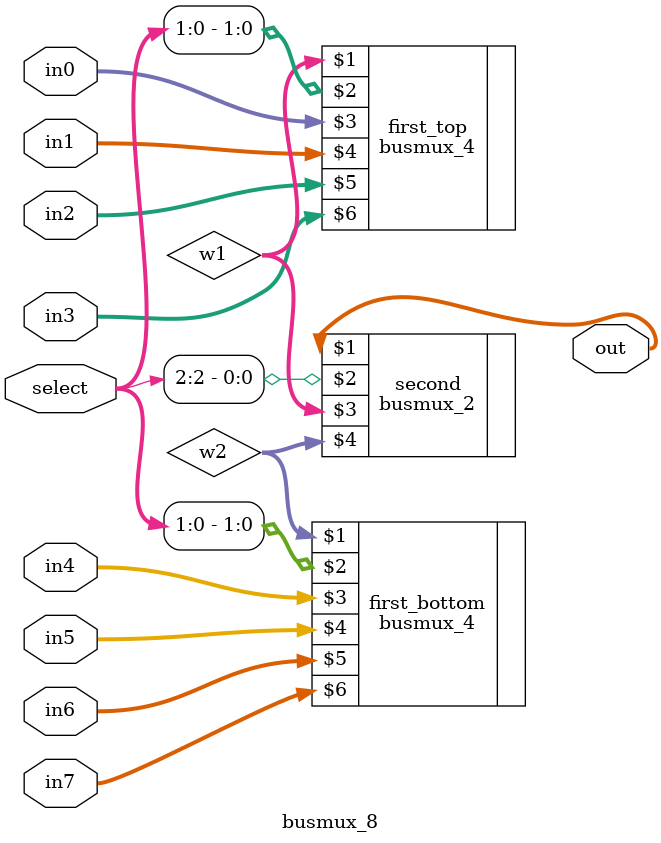
<source format=v>
module busmux_8(out, select, in0, in1, in2, in3, in4, in5, in6, in7);
    input [2:0] select;
    input [31:0] in0, in1, in2, in3, in4, in5, in6, in7;
    output [31:0] out;
    wire [31:0] w1, w2;
    busmux_4 first_top(w1, select[1:0], in0, in1, in2, in3);
    busmux_4 first_bottom(w2, select[1:0], in4, in5, in6, in7);
    busmux_2 second(out, select[2], w1, w2);
endmodule
</source>
